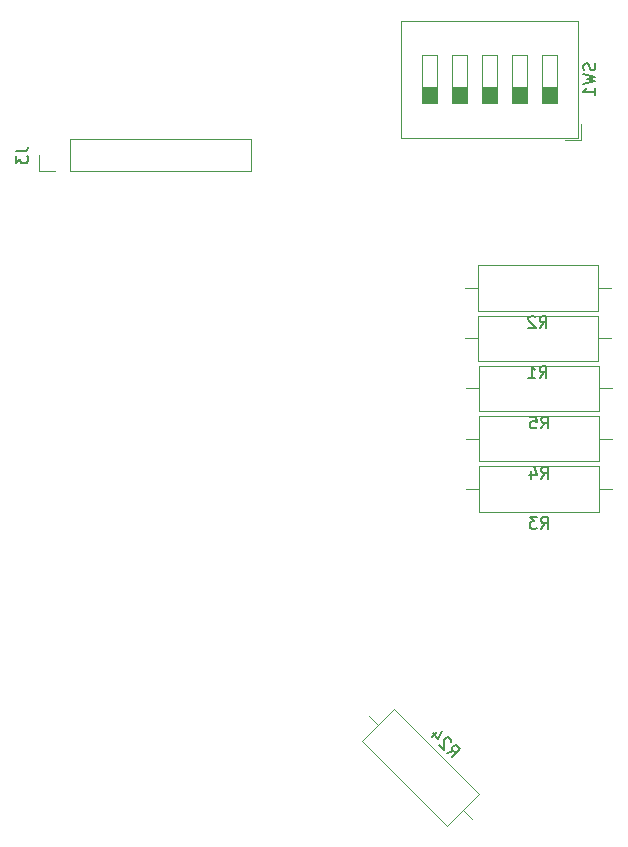
<source format=gbr>
%TF.GenerationSoftware,KiCad,Pcbnew,9.0.3*%
%TF.CreationDate,2025-08-24T00:43:17+05:30*%
%TF.ProjectId,single-layer-modules,73696e67-6c65-42d6-9c61-7965722d6d6f,rev?*%
%TF.SameCoordinates,Original*%
%TF.FileFunction,Legend,Bot*%
%TF.FilePolarity,Positive*%
%FSLAX46Y46*%
G04 Gerber Fmt 4.6, Leading zero omitted, Abs format (unit mm)*
G04 Created by KiCad (PCBNEW 9.0.3) date 2025-08-24 00:43:17*
%MOMM*%
%LPD*%
G01*
G04 APERTURE LIST*
%ADD10C,0.150000*%
%ADD11C,0.120000*%
G04 APERTURE END LIST*
D10*
X115549561Y-97573269D02*
X116121980Y-97472254D01*
X115953622Y-97977330D02*
X116660728Y-97270223D01*
X116660728Y-97270223D02*
X116391354Y-97000849D01*
X116391354Y-97000849D02*
X116290339Y-96967177D01*
X116290339Y-96967177D02*
X116222996Y-96967177D01*
X116222996Y-96967177D02*
X116121980Y-97000849D01*
X116121980Y-97000849D02*
X116020965Y-97101864D01*
X116020965Y-97101864D02*
X115987293Y-97202880D01*
X115987293Y-97202880D02*
X115987293Y-97270223D01*
X115987293Y-97270223D02*
X116020965Y-97371238D01*
X116020965Y-97371238D02*
X116290339Y-97640612D01*
X115919950Y-96664132D02*
X115919950Y-96596788D01*
X115919950Y-96596788D02*
X115886278Y-96495773D01*
X115886278Y-96495773D02*
X115717919Y-96327414D01*
X115717919Y-96327414D02*
X115616904Y-96293742D01*
X115616904Y-96293742D02*
X115549561Y-96293742D01*
X115549561Y-96293742D02*
X115448545Y-96327414D01*
X115448545Y-96327414D02*
X115381202Y-96394758D01*
X115381202Y-96394758D02*
X115313858Y-96529445D01*
X115313858Y-96529445D02*
X115313858Y-97337567D01*
X115313858Y-97337567D02*
X114876126Y-96899834D01*
X114741438Y-95822338D02*
X114270034Y-96293742D01*
X115179171Y-95721322D02*
X114842454Y-96394757D01*
X114842454Y-96394757D02*
X114404721Y-95957025D01*
X123416666Y-61624819D02*
X123749999Y-61148628D01*
X123988094Y-61624819D02*
X123988094Y-60624819D01*
X123988094Y-60624819D02*
X123607142Y-60624819D01*
X123607142Y-60624819D02*
X123511904Y-60672438D01*
X123511904Y-60672438D02*
X123464285Y-60720057D01*
X123464285Y-60720057D02*
X123416666Y-60815295D01*
X123416666Y-60815295D02*
X123416666Y-60958152D01*
X123416666Y-60958152D02*
X123464285Y-61053390D01*
X123464285Y-61053390D02*
X123511904Y-61101009D01*
X123511904Y-61101009D02*
X123607142Y-61148628D01*
X123607142Y-61148628D02*
X123988094Y-61148628D01*
X123035713Y-60720057D02*
X122988094Y-60672438D01*
X122988094Y-60672438D02*
X122892856Y-60624819D01*
X122892856Y-60624819D02*
X122654761Y-60624819D01*
X122654761Y-60624819D02*
X122559523Y-60672438D01*
X122559523Y-60672438D02*
X122511904Y-60720057D01*
X122511904Y-60720057D02*
X122464285Y-60815295D01*
X122464285Y-60815295D02*
X122464285Y-60910533D01*
X122464285Y-60910533D02*
X122511904Y-61053390D01*
X122511904Y-61053390D02*
X123083332Y-61624819D01*
X123083332Y-61624819D02*
X122464285Y-61624819D01*
X123536666Y-78624819D02*
X123869999Y-78148628D01*
X124108094Y-78624819D02*
X124108094Y-77624819D01*
X124108094Y-77624819D02*
X123727142Y-77624819D01*
X123727142Y-77624819D02*
X123631904Y-77672438D01*
X123631904Y-77672438D02*
X123584285Y-77720057D01*
X123584285Y-77720057D02*
X123536666Y-77815295D01*
X123536666Y-77815295D02*
X123536666Y-77958152D01*
X123536666Y-77958152D02*
X123584285Y-78053390D01*
X123584285Y-78053390D02*
X123631904Y-78101009D01*
X123631904Y-78101009D02*
X123727142Y-78148628D01*
X123727142Y-78148628D02*
X124108094Y-78148628D01*
X123203332Y-77624819D02*
X122584285Y-77624819D01*
X122584285Y-77624819D02*
X122917618Y-78005771D01*
X122917618Y-78005771D02*
X122774761Y-78005771D01*
X122774761Y-78005771D02*
X122679523Y-78053390D01*
X122679523Y-78053390D02*
X122631904Y-78101009D01*
X122631904Y-78101009D02*
X122584285Y-78196247D01*
X122584285Y-78196247D02*
X122584285Y-78434342D01*
X122584285Y-78434342D02*
X122631904Y-78529580D01*
X122631904Y-78529580D02*
X122679523Y-78577200D01*
X122679523Y-78577200D02*
X122774761Y-78624819D01*
X122774761Y-78624819D02*
X123060475Y-78624819D01*
X123060475Y-78624819D02*
X123155713Y-78577200D01*
X123155713Y-78577200D02*
X123203332Y-78529580D01*
X123416666Y-65874819D02*
X123749999Y-65398628D01*
X123988094Y-65874819D02*
X123988094Y-64874819D01*
X123988094Y-64874819D02*
X123607142Y-64874819D01*
X123607142Y-64874819D02*
X123511904Y-64922438D01*
X123511904Y-64922438D02*
X123464285Y-64970057D01*
X123464285Y-64970057D02*
X123416666Y-65065295D01*
X123416666Y-65065295D02*
X123416666Y-65208152D01*
X123416666Y-65208152D02*
X123464285Y-65303390D01*
X123464285Y-65303390D02*
X123511904Y-65351009D01*
X123511904Y-65351009D02*
X123607142Y-65398628D01*
X123607142Y-65398628D02*
X123988094Y-65398628D01*
X122464285Y-65874819D02*
X123035713Y-65874819D01*
X122749999Y-65874819D02*
X122749999Y-64874819D01*
X122749999Y-64874819D02*
X122845237Y-65017676D01*
X122845237Y-65017676D02*
X122940475Y-65112914D01*
X122940475Y-65112914D02*
X123035713Y-65160533D01*
X123536666Y-74374819D02*
X123869999Y-73898628D01*
X124108094Y-74374819D02*
X124108094Y-73374819D01*
X124108094Y-73374819D02*
X123727142Y-73374819D01*
X123727142Y-73374819D02*
X123631904Y-73422438D01*
X123631904Y-73422438D02*
X123584285Y-73470057D01*
X123584285Y-73470057D02*
X123536666Y-73565295D01*
X123536666Y-73565295D02*
X123536666Y-73708152D01*
X123536666Y-73708152D02*
X123584285Y-73803390D01*
X123584285Y-73803390D02*
X123631904Y-73851009D01*
X123631904Y-73851009D02*
X123727142Y-73898628D01*
X123727142Y-73898628D02*
X124108094Y-73898628D01*
X122679523Y-73708152D02*
X122679523Y-74374819D01*
X122917618Y-73327200D02*
X123155713Y-74041485D01*
X123155713Y-74041485D02*
X122536666Y-74041485D01*
X123536666Y-70124819D02*
X123869999Y-69648628D01*
X124108094Y-70124819D02*
X124108094Y-69124819D01*
X124108094Y-69124819D02*
X123727142Y-69124819D01*
X123727142Y-69124819D02*
X123631904Y-69172438D01*
X123631904Y-69172438D02*
X123584285Y-69220057D01*
X123584285Y-69220057D02*
X123536666Y-69315295D01*
X123536666Y-69315295D02*
X123536666Y-69458152D01*
X123536666Y-69458152D02*
X123584285Y-69553390D01*
X123584285Y-69553390D02*
X123631904Y-69601009D01*
X123631904Y-69601009D02*
X123727142Y-69648628D01*
X123727142Y-69648628D02*
X124108094Y-69648628D01*
X122631904Y-69124819D02*
X123108094Y-69124819D01*
X123108094Y-69124819D02*
X123155713Y-69601009D01*
X123155713Y-69601009D02*
X123108094Y-69553390D01*
X123108094Y-69553390D02*
X123012856Y-69505771D01*
X123012856Y-69505771D02*
X122774761Y-69505771D01*
X122774761Y-69505771D02*
X122679523Y-69553390D01*
X122679523Y-69553390D02*
X122631904Y-69601009D01*
X122631904Y-69601009D02*
X122584285Y-69696247D01*
X122584285Y-69696247D02*
X122584285Y-69934342D01*
X122584285Y-69934342D02*
X122631904Y-70029580D01*
X122631904Y-70029580D02*
X122679523Y-70077200D01*
X122679523Y-70077200D02*
X122774761Y-70124819D01*
X122774761Y-70124819D02*
X123012856Y-70124819D01*
X123012856Y-70124819D02*
X123108094Y-70077200D01*
X123108094Y-70077200D02*
X123155713Y-70029580D01*
X128077200Y-39226667D02*
X128124819Y-39369524D01*
X128124819Y-39369524D02*
X128124819Y-39607619D01*
X128124819Y-39607619D02*
X128077200Y-39702857D01*
X128077200Y-39702857D02*
X128029580Y-39750476D01*
X128029580Y-39750476D02*
X127934342Y-39798095D01*
X127934342Y-39798095D02*
X127839104Y-39798095D01*
X127839104Y-39798095D02*
X127743866Y-39750476D01*
X127743866Y-39750476D02*
X127696247Y-39702857D01*
X127696247Y-39702857D02*
X127648628Y-39607619D01*
X127648628Y-39607619D02*
X127601009Y-39417143D01*
X127601009Y-39417143D02*
X127553390Y-39321905D01*
X127553390Y-39321905D02*
X127505771Y-39274286D01*
X127505771Y-39274286D02*
X127410533Y-39226667D01*
X127410533Y-39226667D02*
X127315295Y-39226667D01*
X127315295Y-39226667D02*
X127220057Y-39274286D01*
X127220057Y-39274286D02*
X127172438Y-39321905D01*
X127172438Y-39321905D02*
X127124819Y-39417143D01*
X127124819Y-39417143D02*
X127124819Y-39655238D01*
X127124819Y-39655238D02*
X127172438Y-39798095D01*
X127124819Y-40131429D02*
X128124819Y-40369524D01*
X128124819Y-40369524D02*
X127410533Y-40560000D01*
X127410533Y-40560000D02*
X128124819Y-40750476D01*
X128124819Y-40750476D02*
X127124819Y-40988572D01*
X128124819Y-41893333D02*
X128124819Y-41321905D01*
X128124819Y-41607619D02*
X127124819Y-41607619D01*
X127124819Y-41607619D02*
X127267676Y-41512381D01*
X127267676Y-41512381D02*
X127362914Y-41417143D01*
X127362914Y-41417143D02*
X127410533Y-41321905D01*
X79064819Y-46666666D02*
X79779104Y-46666666D01*
X79779104Y-46666666D02*
X79921961Y-46619047D01*
X79921961Y-46619047D02*
X80017200Y-46523809D01*
X80017200Y-46523809D02*
X80064819Y-46380952D01*
X80064819Y-46380952D02*
X80064819Y-46285714D01*
X79064819Y-47047619D02*
X79064819Y-47666666D01*
X79064819Y-47666666D02*
X79445771Y-47333333D01*
X79445771Y-47333333D02*
X79445771Y-47476190D01*
X79445771Y-47476190D02*
X79493390Y-47571428D01*
X79493390Y-47571428D02*
X79541009Y-47619047D01*
X79541009Y-47619047D02*
X79636247Y-47666666D01*
X79636247Y-47666666D02*
X79874342Y-47666666D01*
X79874342Y-47666666D02*
X79969580Y-47619047D01*
X79969580Y-47619047D02*
X80017200Y-47571428D01*
X80017200Y-47571428D02*
X80064819Y-47476190D01*
X80064819Y-47476190D02*
X80064819Y-47190476D01*
X80064819Y-47190476D02*
X80017200Y-47095238D01*
X80017200Y-47095238D02*
X79969580Y-47047619D01*
D11*
%TO.C,R24*%
X117721766Y-103231766D02*
X116936878Y-102446878D01*
X118294523Y-101089233D02*
X115579233Y-103804523D01*
X115579233Y-103804523D02*
X108409170Y-96634460D01*
X111124460Y-93919170D02*
X118294523Y-101089233D01*
X108409170Y-96634460D02*
X111124460Y-93919170D01*
X108981926Y-94491926D02*
X109766815Y-95276815D01*
%TO.C,R2*%
X129430000Y-58250000D02*
X128320000Y-58250000D01*
X128320000Y-56330000D02*
X128320000Y-60170000D01*
X128320000Y-60170000D02*
X118180000Y-60170000D01*
X118180000Y-56330000D02*
X128320000Y-56330000D01*
X118180000Y-60170000D02*
X118180000Y-56330000D01*
X117070000Y-58250000D02*
X118180000Y-58250000D01*
%TO.C,R3*%
X129550000Y-75250000D02*
X128440000Y-75250000D01*
X128440000Y-73330000D02*
X128440000Y-77170000D01*
X128440000Y-77170000D02*
X118300000Y-77170000D01*
X118300000Y-73330000D02*
X128440000Y-73330000D01*
X118300000Y-77170000D02*
X118300000Y-73330000D01*
X117190000Y-75250000D02*
X118300000Y-75250000D01*
%TO.C,R1*%
X129430000Y-62500000D02*
X128320000Y-62500000D01*
X128320000Y-60580000D02*
X128320000Y-64420000D01*
X128320000Y-64420000D02*
X118180000Y-64420000D01*
X118180000Y-60580000D02*
X128320000Y-60580000D01*
X118180000Y-64420000D02*
X118180000Y-60580000D01*
X117070000Y-62500000D02*
X118180000Y-62500000D01*
%TO.C,R4*%
X129550000Y-71000000D02*
X128440000Y-71000000D01*
X128440000Y-69080000D02*
X128440000Y-72920000D01*
X128440000Y-72920000D02*
X118300000Y-72920000D01*
X118300000Y-69080000D02*
X128440000Y-69080000D01*
X118300000Y-72920000D02*
X118300000Y-69080000D01*
X117190000Y-71000000D02*
X118300000Y-71000000D01*
%TO.C,R5*%
X129550000Y-66750000D02*
X128440000Y-66750000D01*
X128440000Y-64830000D02*
X128440000Y-68670000D01*
X128440000Y-68670000D02*
X118300000Y-68670000D01*
X118300000Y-64830000D02*
X128440000Y-64830000D01*
X118300000Y-68670000D02*
X118300000Y-64830000D01*
X117190000Y-66750000D02*
X118300000Y-66750000D01*
%TO.C,SW1*%
X114725000Y-42590000D02*
X113455000Y-42590000D01*
X113455000Y-38530000D01*
X114725000Y-38530000D01*
X114725000Y-42590000D01*
X114725000Y-42590000D02*
X113455000Y-42590000D01*
X113455000Y-41236667D01*
X114725000Y-41236667D01*
X114725000Y-42590000D01*
G36*
X114725000Y-42590000D02*
G01*
X113455000Y-42590000D01*
X113455000Y-41236667D01*
X114725000Y-41236667D01*
X114725000Y-42590000D01*
G37*
X117265000Y-42590000D02*
X115995000Y-42590000D01*
X115995000Y-38530000D01*
X117265000Y-38530000D01*
X117265000Y-42590000D01*
X117265000Y-42590000D02*
X115995000Y-42590000D01*
X115995000Y-41236667D01*
X117265000Y-41236667D01*
X117265000Y-42590000D01*
G36*
X117265000Y-42590000D02*
G01*
X115995000Y-42590000D01*
X115995000Y-41236667D01*
X117265000Y-41236667D01*
X117265000Y-42590000D01*
G37*
X119805000Y-42590000D02*
X118535000Y-42590000D01*
X118535000Y-38530000D01*
X119805000Y-38530000D01*
X119805000Y-42590000D01*
X119805000Y-42590000D02*
X118535000Y-42590000D01*
X118535000Y-41236667D01*
X119805000Y-41236667D01*
X119805000Y-42590000D01*
G36*
X119805000Y-42590000D02*
G01*
X118535000Y-42590000D01*
X118535000Y-41236667D01*
X119805000Y-41236667D01*
X119805000Y-42590000D01*
G37*
X122345000Y-42590000D02*
X121075000Y-42590000D01*
X121075000Y-38530000D01*
X122345000Y-38530000D01*
X122345000Y-42590000D01*
X122345000Y-42590000D02*
X121075000Y-42590000D01*
X121075000Y-41236667D01*
X122345000Y-41236667D01*
X122345000Y-42590000D01*
G36*
X122345000Y-42590000D02*
G01*
X121075000Y-42590000D01*
X121075000Y-41236667D01*
X122345000Y-41236667D01*
X122345000Y-42590000D01*
G37*
X124885000Y-42590000D02*
X123615000Y-42590000D01*
X123615000Y-38530000D01*
X124885000Y-38530000D01*
X124885000Y-42590000D01*
X124885000Y-42590000D02*
X123615000Y-42590000D01*
X123615000Y-41236667D01*
X124885000Y-41236667D01*
X124885000Y-42590000D01*
G36*
X124885000Y-42590000D02*
G01*
X123615000Y-42590000D01*
X123615000Y-41236667D01*
X124885000Y-41236667D01*
X124885000Y-42590000D01*
G37*
X126670000Y-35610000D02*
X111670000Y-35610000D01*
X114725000Y-41236667D02*
X113455000Y-41236667D01*
X117265000Y-41236667D02*
X115995000Y-41236667D01*
X119805000Y-41236667D02*
X118535000Y-41236667D01*
X122345000Y-41236667D02*
X121075000Y-41236667D01*
X124885000Y-41236667D02*
X123615000Y-41236667D01*
X111670000Y-45510000D02*
X111670000Y-35610000D01*
X126670000Y-45510000D02*
X126670000Y-35610000D01*
X126670000Y-45510000D02*
X111670000Y-45510000D01*
X126910000Y-45750000D02*
X126910000Y-44367000D01*
X126910000Y-45750000D02*
X125527000Y-45750000D01*
%TO.C,J3*%
X83650000Y-45670000D02*
X98950000Y-45670000D01*
X83650000Y-45670000D02*
X83650000Y-48330000D01*
X98950000Y-45670000D02*
X98950000Y-48330000D01*
X81050000Y-47000000D02*
X81050000Y-48330000D01*
X81050000Y-48330000D02*
X82380000Y-48330000D01*
X83650000Y-48330000D02*
X98950000Y-48330000D01*
%TD*%
M02*

</source>
